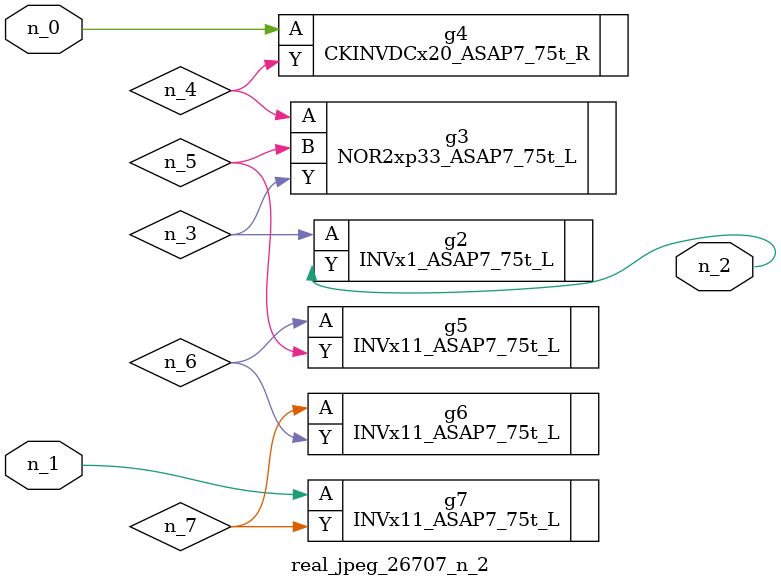
<source format=v>
module real_jpeg_26707_n_2 (n_1, n_0, n_2);

input n_1;
input n_0;

output n_2;

wire n_5;
wire n_4;
wire n_6;
wire n_7;
wire n_3;

CKINVDCx20_ASAP7_75t_R g4 ( 
.A(n_0),
.Y(n_4)
);

INVx11_ASAP7_75t_L g7 ( 
.A(n_1),
.Y(n_7)
);

INVx1_ASAP7_75t_L g2 ( 
.A(n_3),
.Y(n_2)
);

NOR2xp33_ASAP7_75t_L g3 ( 
.A(n_4),
.B(n_5),
.Y(n_3)
);

INVx11_ASAP7_75t_L g5 ( 
.A(n_6),
.Y(n_5)
);

INVx11_ASAP7_75t_L g6 ( 
.A(n_7),
.Y(n_6)
);


endmodule
</source>
